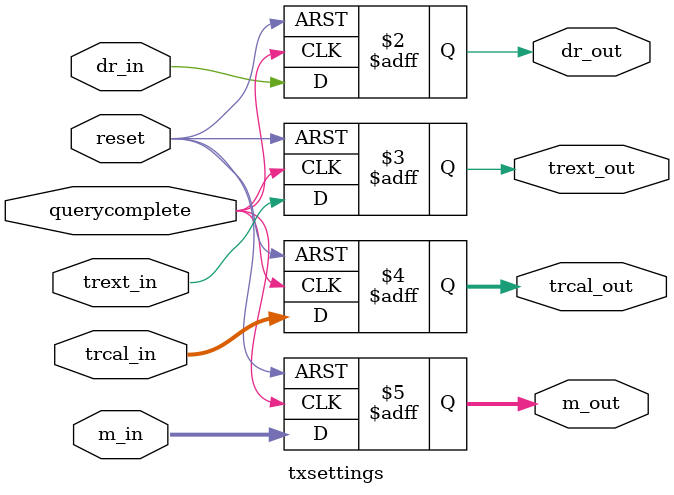
<source format=v>



// This stores tx settings
// Settings are refreshed from a query command

module txsettings(reset, trcal_in,  m_in,  dr_in,  trext_in, querycomplete,
                         trcal_out, m_out, dr_out, trext_out);

input reset, dr_in, trext_in, querycomplete;
input [9:0] trcal_in;
input [1:0] m_in;

output dr_out, trext_out;
output [9:0] trcal_out;
output [1:0] m_out;

reg       dr_out, trext_out;
reg [9:0] trcal_out;
reg [1:0] m_out;


  always @ (posedge querycomplete or posedge reset) begin
	if (reset) begin
      dr_out    <= 0;
      trext_out <= 0;
      trcal_out <= 0;
      m_out     <= 0;
	end	else begin
      dr_out    <= dr_in;
      trext_out <= trext_in;
      trcal_out <= trcal_in;
      m_out     <= m_in;
	end
  end
endmodule

</source>
